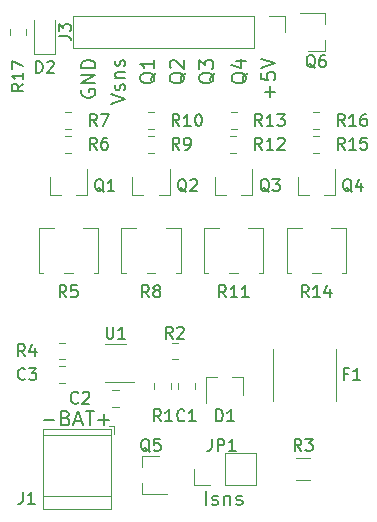
<source format=gbr>
G04 #@! TF.GenerationSoftware,KiCad,Pcbnew,5.1.2*
G04 #@! TF.CreationDate,2019-08-19T21:30:06+02:00*
G04 #@! TF.ProjectId,Battery-Tester,42617474-6572-4792-9d54-65737465722e,rev?*
G04 #@! TF.SameCoordinates,Original*
G04 #@! TF.FileFunction,Legend,Top*
G04 #@! TF.FilePolarity,Positive*
%FSLAX46Y46*%
G04 Gerber Fmt 4.6, Leading zero omitted, Abs format (unit mm)*
G04 Created by KiCad (PCBNEW 5.1.2) date 2019-08-19 21:30:06*
%MOMM*%
%LPD*%
G04 APERTURE LIST*
%ADD10C,0.200000*%
%ADD11C,0.120000*%
%ADD12C,0.150000*%
G04 APERTURE END LIST*
D10*
X100665714Y-129542857D02*
X100665714Y-128342857D01*
X101180000Y-129485714D02*
X101294285Y-129542857D01*
X101522857Y-129542857D01*
X101637142Y-129485714D01*
X101694285Y-129371428D01*
X101694285Y-129314285D01*
X101637142Y-129200000D01*
X101522857Y-129142857D01*
X101351428Y-129142857D01*
X101237142Y-129085714D01*
X101180000Y-128971428D01*
X101180000Y-128914285D01*
X101237142Y-128800000D01*
X101351428Y-128742857D01*
X101522857Y-128742857D01*
X101637142Y-128800000D01*
X102208571Y-128742857D02*
X102208571Y-129542857D01*
X102208571Y-128857142D02*
X102265714Y-128800000D01*
X102380000Y-128742857D01*
X102551428Y-128742857D01*
X102665714Y-128800000D01*
X102722857Y-128914285D01*
X102722857Y-129542857D01*
X103237142Y-129485714D02*
X103351428Y-129542857D01*
X103580000Y-129542857D01*
X103694285Y-129485714D01*
X103751428Y-129371428D01*
X103751428Y-129314285D01*
X103694285Y-129200000D01*
X103580000Y-129142857D01*
X103408571Y-129142857D01*
X103294285Y-129085714D01*
X103237142Y-128971428D01*
X103237142Y-128914285D01*
X103294285Y-128800000D01*
X103408571Y-128742857D01*
X103580000Y-128742857D01*
X103694285Y-128800000D01*
X86915714Y-122335714D02*
X87830000Y-122335714D01*
X88801428Y-122164285D02*
X88972857Y-122221428D01*
X89030000Y-122278571D01*
X89087142Y-122392857D01*
X89087142Y-122564285D01*
X89030000Y-122678571D01*
X88972857Y-122735714D01*
X88858571Y-122792857D01*
X88401428Y-122792857D01*
X88401428Y-121592857D01*
X88801428Y-121592857D01*
X88915714Y-121650000D01*
X88972857Y-121707142D01*
X89030000Y-121821428D01*
X89030000Y-121935714D01*
X88972857Y-122050000D01*
X88915714Y-122107142D01*
X88801428Y-122164285D01*
X88401428Y-122164285D01*
X89544285Y-122450000D02*
X90115714Y-122450000D01*
X89430000Y-122792857D02*
X89830000Y-121592857D01*
X90230000Y-122792857D01*
X90458571Y-121592857D02*
X91144285Y-121592857D01*
X90801428Y-122792857D02*
X90801428Y-121592857D01*
X91544285Y-122335714D02*
X92458571Y-122335714D01*
X92001428Y-122792857D02*
X92001428Y-121878571D01*
X106085714Y-95001428D02*
X106085714Y-94087142D01*
X106542857Y-94544285D02*
X105628571Y-94544285D01*
X105342857Y-92944285D02*
X105342857Y-93515714D01*
X105914285Y-93572857D01*
X105857142Y-93515714D01*
X105800000Y-93401428D01*
X105800000Y-93115714D01*
X105857142Y-93001428D01*
X105914285Y-92944285D01*
X106028571Y-92887142D01*
X106314285Y-92887142D01*
X106428571Y-92944285D01*
X106485714Y-93001428D01*
X106542857Y-93115714D01*
X106542857Y-93401428D01*
X106485714Y-93515714D01*
X106428571Y-93572857D01*
X105342857Y-92544285D02*
X106542857Y-92144285D01*
X105342857Y-91744285D01*
X104157142Y-92944285D02*
X104100000Y-93058571D01*
X103985714Y-93172857D01*
X103814285Y-93344285D01*
X103757142Y-93458571D01*
X103757142Y-93572857D01*
X104042857Y-93515714D02*
X103985714Y-93630000D01*
X103871428Y-93744285D01*
X103642857Y-93801428D01*
X103242857Y-93801428D01*
X103014285Y-93744285D01*
X102900000Y-93630000D01*
X102842857Y-93515714D01*
X102842857Y-93287142D01*
X102900000Y-93172857D01*
X103014285Y-93058571D01*
X103242857Y-93001428D01*
X103642857Y-93001428D01*
X103871428Y-93058571D01*
X103985714Y-93172857D01*
X104042857Y-93287142D01*
X104042857Y-93515714D01*
X103242857Y-91972857D02*
X104042857Y-91972857D01*
X102785714Y-92258571D02*
X103642857Y-92544285D01*
X103642857Y-91801428D01*
X101407142Y-92944285D02*
X101350000Y-93058571D01*
X101235714Y-93172857D01*
X101064285Y-93344285D01*
X101007142Y-93458571D01*
X101007142Y-93572857D01*
X101292857Y-93515714D02*
X101235714Y-93630000D01*
X101121428Y-93744285D01*
X100892857Y-93801428D01*
X100492857Y-93801428D01*
X100264285Y-93744285D01*
X100150000Y-93630000D01*
X100092857Y-93515714D01*
X100092857Y-93287142D01*
X100150000Y-93172857D01*
X100264285Y-93058571D01*
X100492857Y-93001428D01*
X100892857Y-93001428D01*
X101121428Y-93058571D01*
X101235714Y-93172857D01*
X101292857Y-93287142D01*
X101292857Y-93515714D01*
X100092857Y-92601428D02*
X100092857Y-91858571D01*
X100550000Y-92258571D01*
X100550000Y-92087142D01*
X100607142Y-91972857D01*
X100664285Y-91915714D01*
X100778571Y-91858571D01*
X101064285Y-91858571D01*
X101178571Y-91915714D01*
X101235714Y-91972857D01*
X101292857Y-92087142D01*
X101292857Y-92430000D01*
X101235714Y-92544285D01*
X101178571Y-92601428D01*
X98907142Y-92944285D02*
X98850000Y-93058571D01*
X98735714Y-93172857D01*
X98564285Y-93344285D01*
X98507142Y-93458571D01*
X98507142Y-93572857D01*
X98792857Y-93515714D02*
X98735714Y-93630000D01*
X98621428Y-93744285D01*
X98392857Y-93801428D01*
X97992857Y-93801428D01*
X97764285Y-93744285D01*
X97650000Y-93630000D01*
X97592857Y-93515714D01*
X97592857Y-93287142D01*
X97650000Y-93172857D01*
X97764285Y-93058571D01*
X97992857Y-93001428D01*
X98392857Y-93001428D01*
X98621428Y-93058571D01*
X98735714Y-93172857D01*
X98792857Y-93287142D01*
X98792857Y-93515714D01*
X97707142Y-92544285D02*
X97650000Y-92487142D01*
X97592857Y-92372857D01*
X97592857Y-92087142D01*
X97650000Y-91972857D01*
X97707142Y-91915714D01*
X97821428Y-91858571D01*
X97935714Y-91858571D01*
X98107142Y-91915714D01*
X98792857Y-92601428D01*
X98792857Y-91858571D01*
X96407142Y-92944285D02*
X96350000Y-93058571D01*
X96235714Y-93172857D01*
X96064285Y-93344285D01*
X96007142Y-93458571D01*
X96007142Y-93572857D01*
X96292857Y-93515714D02*
X96235714Y-93630000D01*
X96121428Y-93744285D01*
X95892857Y-93801428D01*
X95492857Y-93801428D01*
X95264285Y-93744285D01*
X95150000Y-93630000D01*
X95092857Y-93515714D01*
X95092857Y-93287142D01*
X95150000Y-93172857D01*
X95264285Y-93058571D01*
X95492857Y-93001428D01*
X95892857Y-93001428D01*
X96121428Y-93058571D01*
X96235714Y-93172857D01*
X96292857Y-93287142D01*
X96292857Y-93515714D01*
X96292857Y-91858571D02*
X96292857Y-92544285D01*
X96292857Y-92201428D02*
X95092857Y-92201428D01*
X95264285Y-92315714D01*
X95378571Y-92430000D01*
X95435714Y-92544285D01*
X92592857Y-95572857D02*
X93792857Y-95172857D01*
X92592857Y-94772857D01*
X93735714Y-94430000D02*
X93792857Y-94315714D01*
X93792857Y-94087142D01*
X93735714Y-93972857D01*
X93621428Y-93915714D01*
X93564285Y-93915714D01*
X93450000Y-93972857D01*
X93392857Y-94087142D01*
X93392857Y-94258571D01*
X93335714Y-94372857D01*
X93221428Y-94430000D01*
X93164285Y-94430000D01*
X93050000Y-94372857D01*
X92992857Y-94258571D01*
X92992857Y-94087142D01*
X93050000Y-93972857D01*
X92992857Y-93401428D02*
X93792857Y-93401428D01*
X93107142Y-93401428D02*
X93050000Y-93344285D01*
X92992857Y-93230000D01*
X92992857Y-93058571D01*
X93050000Y-92944285D01*
X93164285Y-92887142D01*
X93792857Y-92887142D01*
X93735714Y-92372857D02*
X93792857Y-92258571D01*
X93792857Y-92030000D01*
X93735714Y-91915714D01*
X93621428Y-91858571D01*
X93564285Y-91858571D01*
X93450000Y-91915714D01*
X93392857Y-92030000D01*
X93392857Y-92201428D01*
X93335714Y-92315714D01*
X93221428Y-92372857D01*
X93164285Y-92372857D01*
X93050000Y-92315714D01*
X92992857Y-92201428D01*
X92992857Y-92030000D01*
X93050000Y-91915714D01*
X90150000Y-94372857D02*
X90092857Y-94487142D01*
X90092857Y-94658571D01*
X90150000Y-94830000D01*
X90264285Y-94944285D01*
X90378571Y-95001428D01*
X90607142Y-95058571D01*
X90778571Y-95058571D01*
X91007142Y-95001428D01*
X91121428Y-94944285D01*
X91235714Y-94830000D01*
X91292857Y-94658571D01*
X91292857Y-94544285D01*
X91235714Y-94372857D01*
X91178571Y-94315714D01*
X90778571Y-94315714D01*
X90778571Y-94544285D01*
X91292857Y-93801428D02*
X90092857Y-93801428D01*
X91292857Y-93115714D01*
X90092857Y-93115714D01*
X91292857Y-92544285D02*
X90092857Y-92544285D01*
X90092857Y-92258571D01*
X90150000Y-92087142D01*
X90264285Y-91972857D01*
X90378571Y-91915714D01*
X90607142Y-91858571D01*
X90778571Y-91858571D01*
X91007142Y-91915714D01*
X91121428Y-91972857D01*
X91235714Y-92087142D01*
X91292857Y-92258571D01*
X91292857Y-92544285D01*
D11*
X110760000Y-91080000D02*
X109300000Y-91080000D01*
X110760000Y-87920000D02*
X108600000Y-87920000D01*
X110760000Y-87920000D02*
X110760000Y-88850000D01*
X110760000Y-91080000D02*
X110760000Y-90150000D01*
X95240000Y-125420000D02*
X96700000Y-125420000D01*
X95240000Y-128580000D02*
X97400000Y-128580000D01*
X95240000Y-128580000D02*
X95240000Y-127650000D01*
X95240000Y-125420000D02*
X95240000Y-126350000D01*
X108297936Y-127410000D02*
X109502064Y-127410000D01*
X108297936Y-125590000D02*
X109502064Y-125590000D01*
X92100000Y-119110000D02*
X94550000Y-119110000D01*
X93900000Y-115890000D02*
X92100000Y-115890000D01*
X85460000Y-89758578D02*
X85460000Y-89241422D01*
X84040000Y-89758578D02*
X84040000Y-89241422D01*
X110258578Y-96290000D02*
X109741422Y-96290000D01*
X110258578Y-97710000D02*
X109741422Y-97710000D01*
X110258578Y-98290000D02*
X109741422Y-98290000D01*
X110258578Y-99710000D02*
X109741422Y-99710000D01*
X107480000Y-109870000D02*
X107480000Y-106130000D01*
X112520000Y-109870000D02*
X112520000Y-106130000D01*
X108760000Y-106130000D02*
X107480000Y-106130000D01*
X112520000Y-106130000D02*
X111240000Y-106130000D01*
X110360000Y-109870000D02*
X109640000Y-109870000D01*
X112520000Y-109870000D02*
X112140000Y-109870000D01*
X107860000Y-109870000D02*
X107480000Y-109870000D01*
X103258578Y-96290000D02*
X102741422Y-96290000D01*
X103258578Y-97710000D02*
X102741422Y-97710000D01*
X103196078Y-98290000D02*
X102678922Y-98290000D01*
X103196078Y-99710000D02*
X102678922Y-99710000D01*
X100480000Y-109870000D02*
X100480000Y-106130000D01*
X105520000Y-109870000D02*
X105520000Y-106130000D01*
X101760000Y-106130000D02*
X100480000Y-106130000D01*
X105520000Y-106130000D02*
X104240000Y-106130000D01*
X103360000Y-109870000D02*
X102640000Y-109870000D01*
X105520000Y-109870000D02*
X105140000Y-109870000D01*
X100860000Y-109870000D02*
X100480000Y-109870000D01*
X96258578Y-96290000D02*
X95741422Y-96290000D01*
X96258578Y-97710000D02*
X95741422Y-97710000D01*
X96258578Y-98290000D02*
X95741422Y-98290000D01*
X96258578Y-99710000D02*
X95741422Y-99710000D01*
X93480000Y-109870000D02*
X93480000Y-106130000D01*
X98520000Y-109870000D02*
X98520000Y-106130000D01*
X94760000Y-106130000D02*
X93480000Y-106130000D01*
X98520000Y-106130000D02*
X97240000Y-106130000D01*
X96360000Y-109870000D02*
X95640000Y-109870000D01*
X98520000Y-109870000D02*
X98140000Y-109870000D01*
X93860000Y-109870000D02*
X93480000Y-109870000D01*
X89258578Y-96290000D02*
X88741422Y-96290000D01*
X89258578Y-97710000D02*
X88741422Y-97710000D01*
X89258578Y-98290000D02*
X88741422Y-98290000D01*
X89258578Y-99710000D02*
X88741422Y-99710000D01*
X86480000Y-109870000D02*
X86480000Y-106130000D01*
X91520000Y-109870000D02*
X91520000Y-106130000D01*
X87760000Y-106130000D02*
X86480000Y-106130000D01*
X91520000Y-106130000D02*
X90240000Y-106130000D01*
X89360000Y-109870000D02*
X88640000Y-109870000D01*
X91520000Y-109870000D02*
X91140000Y-109870000D01*
X86860000Y-109870000D02*
X86480000Y-109870000D01*
X88758578Y-115790000D02*
X88241422Y-115790000D01*
X88758578Y-117210000D02*
X88241422Y-117210000D01*
X98258578Y-115790000D02*
X97741422Y-115790000D01*
X98258578Y-117210000D02*
X97741422Y-117210000D01*
X96290000Y-119241422D02*
X96290000Y-119758578D01*
X97710000Y-119241422D02*
X97710000Y-119758578D01*
X108420000Y-103260000D02*
X108420000Y-101800000D01*
X111580000Y-103260000D02*
X111580000Y-101100000D01*
X111580000Y-103260000D02*
X110650000Y-103260000D01*
X108420000Y-103260000D02*
X109350000Y-103260000D01*
X101420000Y-103260000D02*
X101420000Y-101800000D01*
X104580000Y-103260000D02*
X104580000Y-101100000D01*
X104580000Y-103260000D02*
X103650000Y-103260000D01*
X101420000Y-103260000D02*
X102350000Y-103260000D01*
X94420000Y-103260000D02*
X94420000Y-101800000D01*
X97580000Y-103260000D02*
X97580000Y-101100000D01*
X97580000Y-103260000D02*
X96650000Y-103260000D01*
X94420000Y-103260000D02*
X95350000Y-103260000D01*
X87420000Y-103260000D02*
X87420000Y-101800000D01*
X90580000Y-103260000D02*
X90580000Y-101100000D01*
X90580000Y-103260000D02*
X89650000Y-103260000D01*
X87420000Y-103260000D02*
X88350000Y-103260000D01*
X99670000Y-127830000D02*
X99670000Y-126500000D01*
X101000000Y-127830000D02*
X99670000Y-127830000D01*
X102270000Y-127830000D02*
X102270000Y-125170000D01*
X102270000Y-125170000D02*
X104870000Y-125170000D01*
X102270000Y-127830000D02*
X104870000Y-127830000D01*
X104870000Y-127830000D02*
X104870000Y-125170000D01*
X107330000Y-88170000D02*
X107330000Y-89500000D01*
X106000000Y-88170000D02*
X107330000Y-88170000D01*
X104730000Y-88170000D02*
X104730000Y-90830000D01*
X104730000Y-90830000D02*
X89430000Y-90830000D01*
X104730000Y-88170000D02*
X89430000Y-88170000D01*
X89430000Y-88170000D02*
X89430000Y-90830000D01*
X92860000Y-122890000D02*
X92460000Y-122890000D01*
X92860000Y-123530000D02*
X92860000Y-122890000D01*
X86840000Y-129870000D02*
X86840000Y-123130000D01*
X92620000Y-129870000D02*
X92620000Y-123130000D01*
X92620000Y-123130000D02*
X86840000Y-123130000D01*
X92620000Y-129870000D02*
X86840000Y-129870000D01*
X92620000Y-128750000D02*
X86840000Y-128750000D01*
X92620000Y-123650000D02*
X86840000Y-123650000D01*
X111670000Y-120703752D02*
X111670000Y-116296248D01*
X106330000Y-120703752D02*
X106330000Y-116296248D01*
X87910000Y-91385000D02*
X87910000Y-88500000D01*
X86090000Y-91385000D02*
X87910000Y-91385000D01*
X86090000Y-88500000D02*
X86090000Y-91385000D01*
X103830000Y-118740000D02*
X103830000Y-120200000D01*
X100670000Y-118740000D02*
X100670000Y-120900000D01*
X100670000Y-118740000D02*
X101600000Y-118740000D01*
X103830000Y-118740000D02*
X102900000Y-118740000D01*
X88241422Y-119210000D02*
X88758578Y-119210000D01*
X88241422Y-117790000D02*
X88758578Y-117790000D01*
X92741422Y-121210000D02*
X93258578Y-121210000D01*
X92741422Y-119790000D02*
X93258578Y-119790000D01*
X98290000Y-119241422D02*
X98290000Y-119758578D01*
X99710000Y-119241422D02*
X99710000Y-119758578D01*
D12*
X109904761Y-92547619D02*
X109809523Y-92500000D01*
X109714285Y-92404761D01*
X109571428Y-92261904D01*
X109476190Y-92214285D01*
X109380952Y-92214285D01*
X109428571Y-92452380D02*
X109333333Y-92404761D01*
X109238095Y-92309523D01*
X109190476Y-92119047D01*
X109190476Y-91785714D01*
X109238095Y-91595238D01*
X109333333Y-91500000D01*
X109428571Y-91452380D01*
X109619047Y-91452380D01*
X109714285Y-91500000D01*
X109809523Y-91595238D01*
X109857142Y-91785714D01*
X109857142Y-92119047D01*
X109809523Y-92309523D01*
X109714285Y-92404761D01*
X109619047Y-92452380D01*
X109428571Y-92452380D01*
X110714285Y-91452380D02*
X110523809Y-91452380D01*
X110428571Y-91500000D01*
X110380952Y-91547619D01*
X110285714Y-91690476D01*
X110238095Y-91880952D01*
X110238095Y-92261904D01*
X110285714Y-92357142D01*
X110333333Y-92404761D01*
X110428571Y-92452380D01*
X110619047Y-92452380D01*
X110714285Y-92404761D01*
X110761904Y-92357142D01*
X110809523Y-92261904D01*
X110809523Y-92023809D01*
X110761904Y-91928571D01*
X110714285Y-91880952D01*
X110619047Y-91833333D01*
X110428571Y-91833333D01*
X110333333Y-91880952D01*
X110285714Y-91928571D01*
X110238095Y-92023809D01*
X95904761Y-125047619D02*
X95809523Y-125000000D01*
X95714285Y-124904761D01*
X95571428Y-124761904D01*
X95476190Y-124714285D01*
X95380952Y-124714285D01*
X95428571Y-124952380D02*
X95333333Y-124904761D01*
X95238095Y-124809523D01*
X95190476Y-124619047D01*
X95190476Y-124285714D01*
X95238095Y-124095238D01*
X95333333Y-124000000D01*
X95428571Y-123952380D01*
X95619047Y-123952380D01*
X95714285Y-124000000D01*
X95809523Y-124095238D01*
X95857142Y-124285714D01*
X95857142Y-124619047D01*
X95809523Y-124809523D01*
X95714285Y-124904761D01*
X95619047Y-124952380D01*
X95428571Y-124952380D01*
X96761904Y-123952380D02*
X96285714Y-123952380D01*
X96238095Y-124428571D01*
X96285714Y-124380952D01*
X96380952Y-124333333D01*
X96619047Y-124333333D01*
X96714285Y-124380952D01*
X96761904Y-124428571D01*
X96809523Y-124523809D01*
X96809523Y-124761904D01*
X96761904Y-124857142D01*
X96714285Y-124904761D01*
X96619047Y-124952380D01*
X96380952Y-124952380D01*
X96285714Y-124904761D01*
X96238095Y-124857142D01*
X108733333Y-124952380D02*
X108400000Y-124476190D01*
X108161904Y-124952380D02*
X108161904Y-123952380D01*
X108542857Y-123952380D01*
X108638095Y-124000000D01*
X108685714Y-124047619D01*
X108733333Y-124142857D01*
X108733333Y-124285714D01*
X108685714Y-124380952D01*
X108638095Y-124428571D01*
X108542857Y-124476190D01*
X108161904Y-124476190D01*
X109066666Y-123952380D02*
X109685714Y-123952380D01*
X109352380Y-124333333D01*
X109495238Y-124333333D01*
X109590476Y-124380952D01*
X109638095Y-124428571D01*
X109685714Y-124523809D01*
X109685714Y-124761904D01*
X109638095Y-124857142D01*
X109590476Y-124904761D01*
X109495238Y-124952380D01*
X109209523Y-124952380D01*
X109114285Y-124904761D01*
X109066666Y-124857142D01*
X92238095Y-114452380D02*
X92238095Y-115261904D01*
X92285714Y-115357142D01*
X92333333Y-115404761D01*
X92428571Y-115452380D01*
X92619047Y-115452380D01*
X92714285Y-115404761D01*
X92761904Y-115357142D01*
X92809523Y-115261904D01*
X92809523Y-114452380D01*
X93809523Y-115452380D02*
X93238095Y-115452380D01*
X93523809Y-115452380D02*
X93523809Y-114452380D01*
X93428571Y-114595238D01*
X93333333Y-114690476D01*
X93238095Y-114738095D01*
X85202380Y-93892857D02*
X84726190Y-94226190D01*
X85202380Y-94464285D02*
X84202380Y-94464285D01*
X84202380Y-94083333D01*
X84250000Y-93988095D01*
X84297619Y-93940476D01*
X84392857Y-93892857D01*
X84535714Y-93892857D01*
X84630952Y-93940476D01*
X84678571Y-93988095D01*
X84726190Y-94083333D01*
X84726190Y-94464285D01*
X85202380Y-92940476D02*
X85202380Y-93511904D01*
X85202380Y-93226190D02*
X84202380Y-93226190D01*
X84345238Y-93321428D01*
X84440476Y-93416666D01*
X84488095Y-93511904D01*
X84202380Y-92607142D02*
X84202380Y-91940476D01*
X85202380Y-92369047D01*
X112399023Y-97452380D02*
X112065690Y-96976190D01*
X111827595Y-97452380D02*
X111827595Y-96452380D01*
X112208547Y-96452380D01*
X112303785Y-96500000D01*
X112351404Y-96547619D01*
X112399023Y-96642857D01*
X112399023Y-96785714D01*
X112351404Y-96880952D01*
X112303785Y-96928571D01*
X112208547Y-96976190D01*
X111827595Y-96976190D01*
X113351404Y-97452380D02*
X112779976Y-97452380D01*
X113065690Y-97452380D02*
X113065690Y-96452380D01*
X112970452Y-96595238D01*
X112875214Y-96690476D01*
X112779976Y-96738095D01*
X114208547Y-96452380D02*
X114018071Y-96452380D01*
X113922833Y-96500000D01*
X113875214Y-96547619D01*
X113779976Y-96690476D01*
X113732357Y-96880952D01*
X113732357Y-97261904D01*
X113779976Y-97357142D01*
X113827595Y-97404761D01*
X113922833Y-97452380D01*
X114113309Y-97452380D01*
X114208547Y-97404761D01*
X114256166Y-97357142D01*
X114303785Y-97261904D01*
X114303785Y-97023809D01*
X114256166Y-96928571D01*
X114208547Y-96880952D01*
X114113309Y-96833333D01*
X113922833Y-96833333D01*
X113827595Y-96880952D01*
X113779976Y-96928571D01*
X113732357Y-97023809D01*
X112399023Y-99452380D02*
X112065690Y-98976190D01*
X111827595Y-99452380D02*
X111827595Y-98452380D01*
X112208547Y-98452380D01*
X112303785Y-98500000D01*
X112351404Y-98547619D01*
X112399023Y-98642857D01*
X112399023Y-98785714D01*
X112351404Y-98880952D01*
X112303785Y-98928571D01*
X112208547Y-98976190D01*
X111827595Y-98976190D01*
X113351404Y-99452380D02*
X112779976Y-99452380D01*
X113065690Y-99452380D02*
X113065690Y-98452380D01*
X112970452Y-98595238D01*
X112875214Y-98690476D01*
X112779976Y-98738095D01*
X114256166Y-98452380D02*
X113779976Y-98452380D01*
X113732357Y-98928571D01*
X113779976Y-98880952D01*
X113875214Y-98833333D01*
X114113309Y-98833333D01*
X114208547Y-98880952D01*
X114256166Y-98928571D01*
X114303785Y-99023809D01*
X114303785Y-99261904D01*
X114256166Y-99357142D01*
X114208547Y-99404761D01*
X114113309Y-99452380D01*
X113875214Y-99452380D01*
X113779976Y-99404761D01*
X113732357Y-99357142D01*
X109357142Y-111952380D02*
X109023809Y-111476190D01*
X108785714Y-111952380D02*
X108785714Y-110952380D01*
X109166666Y-110952380D01*
X109261904Y-111000000D01*
X109309523Y-111047619D01*
X109357142Y-111142857D01*
X109357142Y-111285714D01*
X109309523Y-111380952D01*
X109261904Y-111428571D01*
X109166666Y-111476190D01*
X108785714Y-111476190D01*
X110309523Y-111952380D02*
X109738095Y-111952380D01*
X110023809Y-111952380D02*
X110023809Y-110952380D01*
X109928571Y-111095238D01*
X109833333Y-111190476D01*
X109738095Y-111238095D01*
X111166666Y-111285714D02*
X111166666Y-111952380D01*
X110928571Y-110904761D02*
X110690476Y-111619047D01*
X111309523Y-111619047D01*
X105407023Y-97452380D02*
X105073690Y-96976190D01*
X104835595Y-97452380D02*
X104835595Y-96452380D01*
X105216547Y-96452380D01*
X105311785Y-96500000D01*
X105359404Y-96547619D01*
X105407023Y-96642857D01*
X105407023Y-96785714D01*
X105359404Y-96880952D01*
X105311785Y-96928571D01*
X105216547Y-96976190D01*
X104835595Y-96976190D01*
X106359404Y-97452380D02*
X105787976Y-97452380D01*
X106073690Y-97452380D02*
X106073690Y-96452380D01*
X105978452Y-96595238D01*
X105883214Y-96690476D01*
X105787976Y-96738095D01*
X106692738Y-96452380D02*
X107311785Y-96452380D01*
X106978452Y-96833333D01*
X107121309Y-96833333D01*
X107216547Y-96880952D01*
X107264166Y-96928571D01*
X107311785Y-97023809D01*
X107311785Y-97261904D01*
X107264166Y-97357142D01*
X107216547Y-97404761D01*
X107121309Y-97452380D01*
X106835595Y-97452380D01*
X106740357Y-97404761D01*
X106692738Y-97357142D01*
X105407023Y-99452380D02*
X105073690Y-98976190D01*
X104835595Y-99452380D02*
X104835595Y-98452380D01*
X105216547Y-98452380D01*
X105311785Y-98500000D01*
X105359404Y-98547619D01*
X105407023Y-98642857D01*
X105407023Y-98785714D01*
X105359404Y-98880952D01*
X105311785Y-98928571D01*
X105216547Y-98976190D01*
X104835595Y-98976190D01*
X106359404Y-99452380D02*
X105787976Y-99452380D01*
X106073690Y-99452380D02*
X106073690Y-98452380D01*
X105978452Y-98595238D01*
X105883214Y-98690476D01*
X105787976Y-98738095D01*
X106740357Y-98547619D02*
X106787976Y-98500000D01*
X106883214Y-98452380D01*
X107121309Y-98452380D01*
X107216547Y-98500000D01*
X107264166Y-98547619D01*
X107311785Y-98642857D01*
X107311785Y-98738095D01*
X107264166Y-98880952D01*
X106692738Y-99452380D01*
X107311785Y-99452380D01*
X102357142Y-111952380D02*
X102023809Y-111476190D01*
X101785714Y-111952380D02*
X101785714Y-110952380D01*
X102166666Y-110952380D01*
X102261904Y-111000000D01*
X102309523Y-111047619D01*
X102357142Y-111142857D01*
X102357142Y-111285714D01*
X102309523Y-111380952D01*
X102261904Y-111428571D01*
X102166666Y-111476190D01*
X101785714Y-111476190D01*
X103309523Y-111952380D02*
X102738095Y-111952380D01*
X103023809Y-111952380D02*
X103023809Y-110952380D01*
X102928571Y-111095238D01*
X102833333Y-111190476D01*
X102738095Y-111238095D01*
X104261904Y-111952380D02*
X103690476Y-111952380D01*
X103976190Y-111952380D02*
X103976190Y-110952380D01*
X103880952Y-111095238D01*
X103785714Y-111190476D01*
X103690476Y-111238095D01*
X98407023Y-97452380D02*
X98073690Y-96976190D01*
X97835595Y-97452380D02*
X97835595Y-96452380D01*
X98216547Y-96452380D01*
X98311785Y-96500000D01*
X98359404Y-96547619D01*
X98407023Y-96642857D01*
X98407023Y-96785714D01*
X98359404Y-96880952D01*
X98311785Y-96928571D01*
X98216547Y-96976190D01*
X97835595Y-96976190D01*
X99359404Y-97452380D02*
X98787976Y-97452380D01*
X99073690Y-97452380D02*
X99073690Y-96452380D01*
X98978452Y-96595238D01*
X98883214Y-96690476D01*
X98787976Y-96738095D01*
X99978452Y-96452380D02*
X100073690Y-96452380D01*
X100168928Y-96500000D01*
X100216547Y-96547619D01*
X100264166Y-96642857D01*
X100311785Y-96833333D01*
X100311785Y-97071428D01*
X100264166Y-97261904D01*
X100216547Y-97357142D01*
X100168928Y-97404761D01*
X100073690Y-97452380D01*
X99978452Y-97452380D01*
X99883214Y-97404761D01*
X99835595Y-97357142D01*
X99787976Y-97261904D01*
X99740357Y-97071428D01*
X99740357Y-96833333D01*
X99787976Y-96642857D01*
X99835595Y-96547619D01*
X99883214Y-96500000D01*
X99978452Y-96452380D01*
X98407023Y-99452380D02*
X98073690Y-98976190D01*
X97835595Y-99452380D02*
X97835595Y-98452380D01*
X98216547Y-98452380D01*
X98311785Y-98500000D01*
X98359404Y-98547619D01*
X98407023Y-98642857D01*
X98407023Y-98785714D01*
X98359404Y-98880952D01*
X98311785Y-98928571D01*
X98216547Y-98976190D01*
X97835595Y-98976190D01*
X98883214Y-99452380D02*
X99073690Y-99452380D01*
X99168928Y-99404761D01*
X99216547Y-99357142D01*
X99311785Y-99214285D01*
X99359404Y-99023809D01*
X99359404Y-98642857D01*
X99311785Y-98547619D01*
X99264166Y-98500000D01*
X99168928Y-98452380D01*
X98978452Y-98452380D01*
X98883214Y-98500000D01*
X98835595Y-98547619D01*
X98787976Y-98642857D01*
X98787976Y-98880952D01*
X98835595Y-98976190D01*
X98883214Y-99023809D01*
X98978452Y-99071428D01*
X99168928Y-99071428D01*
X99264166Y-99023809D01*
X99311785Y-98976190D01*
X99359404Y-98880952D01*
X95833333Y-111952380D02*
X95500000Y-111476190D01*
X95261904Y-111952380D02*
X95261904Y-110952380D01*
X95642857Y-110952380D01*
X95738095Y-111000000D01*
X95785714Y-111047619D01*
X95833333Y-111142857D01*
X95833333Y-111285714D01*
X95785714Y-111380952D01*
X95738095Y-111428571D01*
X95642857Y-111476190D01*
X95261904Y-111476190D01*
X96404761Y-111380952D02*
X96309523Y-111333333D01*
X96261904Y-111285714D01*
X96214285Y-111190476D01*
X96214285Y-111142857D01*
X96261904Y-111047619D01*
X96309523Y-111000000D01*
X96404761Y-110952380D01*
X96595238Y-110952380D01*
X96690476Y-111000000D01*
X96738095Y-111047619D01*
X96785714Y-111142857D01*
X96785714Y-111190476D01*
X96738095Y-111285714D01*
X96690476Y-111333333D01*
X96595238Y-111380952D01*
X96404761Y-111380952D01*
X96309523Y-111428571D01*
X96261904Y-111476190D01*
X96214285Y-111571428D01*
X96214285Y-111761904D01*
X96261904Y-111857142D01*
X96309523Y-111904761D01*
X96404761Y-111952380D01*
X96595238Y-111952380D01*
X96690476Y-111904761D01*
X96738095Y-111857142D01*
X96785714Y-111761904D01*
X96785714Y-111571428D01*
X96738095Y-111476190D01*
X96690476Y-111428571D01*
X96595238Y-111380952D01*
X91407023Y-97452380D02*
X91073690Y-96976190D01*
X90835595Y-97452380D02*
X90835595Y-96452380D01*
X91216547Y-96452380D01*
X91311785Y-96500000D01*
X91359404Y-96547619D01*
X91407023Y-96642857D01*
X91407023Y-96785714D01*
X91359404Y-96880952D01*
X91311785Y-96928571D01*
X91216547Y-96976190D01*
X90835595Y-96976190D01*
X91740357Y-96452380D02*
X92407023Y-96452380D01*
X91978452Y-97452380D01*
X91407023Y-99452380D02*
X91073690Y-98976190D01*
X90835595Y-99452380D02*
X90835595Y-98452380D01*
X91216547Y-98452380D01*
X91311785Y-98500000D01*
X91359404Y-98547619D01*
X91407023Y-98642857D01*
X91407023Y-98785714D01*
X91359404Y-98880952D01*
X91311785Y-98928571D01*
X91216547Y-98976190D01*
X90835595Y-98976190D01*
X92264166Y-98452380D02*
X92073690Y-98452380D01*
X91978452Y-98500000D01*
X91930833Y-98547619D01*
X91835595Y-98690476D01*
X91787976Y-98880952D01*
X91787976Y-99261904D01*
X91835595Y-99357142D01*
X91883214Y-99404761D01*
X91978452Y-99452380D01*
X92168928Y-99452380D01*
X92264166Y-99404761D01*
X92311785Y-99357142D01*
X92359404Y-99261904D01*
X92359404Y-99023809D01*
X92311785Y-98928571D01*
X92264166Y-98880952D01*
X92168928Y-98833333D01*
X91978452Y-98833333D01*
X91883214Y-98880952D01*
X91835595Y-98928571D01*
X91787976Y-99023809D01*
X88833333Y-111952380D02*
X88500000Y-111476190D01*
X88261904Y-111952380D02*
X88261904Y-110952380D01*
X88642857Y-110952380D01*
X88738095Y-111000000D01*
X88785714Y-111047619D01*
X88833333Y-111142857D01*
X88833333Y-111285714D01*
X88785714Y-111380952D01*
X88738095Y-111428571D01*
X88642857Y-111476190D01*
X88261904Y-111476190D01*
X89738095Y-110952380D02*
X89261904Y-110952380D01*
X89214285Y-111428571D01*
X89261904Y-111380952D01*
X89357142Y-111333333D01*
X89595238Y-111333333D01*
X89690476Y-111380952D01*
X89738095Y-111428571D01*
X89785714Y-111523809D01*
X89785714Y-111761904D01*
X89738095Y-111857142D01*
X89690476Y-111904761D01*
X89595238Y-111952380D01*
X89357142Y-111952380D01*
X89261904Y-111904761D01*
X89214285Y-111857142D01*
X85333333Y-116952380D02*
X85000000Y-116476190D01*
X84761904Y-116952380D02*
X84761904Y-115952380D01*
X85142857Y-115952380D01*
X85238095Y-116000000D01*
X85285714Y-116047619D01*
X85333333Y-116142857D01*
X85333333Y-116285714D01*
X85285714Y-116380952D01*
X85238095Y-116428571D01*
X85142857Y-116476190D01*
X84761904Y-116476190D01*
X86190476Y-116285714D02*
X86190476Y-116952380D01*
X85952380Y-115904761D02*
X85714285Y-116619047D01*
X86333333Y-116619047D01*
X97833333Y-115452380D02*
X97500000Y-114976190D01*
X97261904Y-115452380D02*
X97261904Y-114452380D01*
X97642857Y-114452380D01*
X97738095Y-114500000D01*
X97785714Y-114547619D01*
X97833333Y-114642857D01*
X97833333Y-114785714D01*
X97785714Y-114880952D01*
X97738095Y-114928571D01*
X97642857Y-114976190D01*
X97261904Y-114976190D01*
X98214285Y-114547619D02*
X98261904Y-114500000D01*
X98357142Y-114452380D01*
X98595238Y-114452380D01*
X98690476Y-114500000D01*
X98738095Y-114547619D01*
X98785714Y-114642857D01*
X98785714Y-114738095D01*
X98738095Y-114880952D01*
X98166666Y-115452380D01*
X98785714Y-115452380D01*
X96833333Y-122452380D02*
X96500000Y-121976190D01*
X96261904Y-122452380D02*
X96261904Y-121452380D01*
X96642857Y-121452380D01*
X96738095Y-121500000D01*
X96785714Y-121547619D01*
X96833333Y-121642857D01*
X96833333Y-121785714D01*
X96785714Y-121880952D01*
X96738095Y-121928571D01*
X96642857Y-121976190D01*
X96261904Y-121976190D01*
X97785714Y-122452380D02*
X97214285Y-122452380D01*
X97500000Y-122452380D02*
X97500000Y-121452380D01*
X97404761Y-121595238D01*
X97309523Y-121690476D01*
X97214285Y-121738095D01*
X113002261Y-103047619D02*
X112907023Y-103000000D01*
X112811785Y-102904761D01*
X112668928Y-102761904D01*
X112573690Y-102714285D01*
X112478452Y-102714285D01*
X112526071Y-102952380D02*
X112430833Y-102904761D01*
X112335595Y-102809523D01*
X112287976Y-102619047D01*
X112287976Y-102285714D01*
X112335595Y-102095238D01*
X112430833Y-102000000D01*
X112526071Y-101952380D01*
X112716547Y-101952380D01*
X112811785Y-102000000D01*
X112907023Y-102095238D01*
X112954642Y-102285714D01*
X112954642Y-102619047D01*
X112907023Y-102809523D01*
X112811785Y-102904761D01*
X112716547Y-102952380D01*
X112526071Y-102952380D01*
X113811785Y-102285714D02*
X113811785Y-102952380D01*
X113573690Y-101904761D02*
X113335595Y-102619047D01*
X113954642Y-102619047D01*
X106002261Y-103047619D02*
X105907023Y-103000000D01*
X105811785Y-102904761D01*
X105668928Y-102761904D01*
X105573690Y-102714285D01*
X105478452Y-102714285D01*
X105526071Y-102952380D02*
X105430833Y-102904761D01*
X105335595Y-102809523D01*
X105287976Y-102619047D01*
X105287976Y-102285714D01*
X105335595Y-102095238D01*
X105430833Y-102000000D01*
X105526071Y-101952380D01*
X105716547Y-101952380D01*
X105811785Y-102000000D01*
X105907023Y-102095238D01*
X105954642Y-102285714D01*
X105954642Y-102619047D01*
X105907023Y-102809523D01*
X105811785Y-102904761D01*
X105716547Y-102952380D01*
X105526071Y-102952380D01*
X106287976Y-101952380D02*
X106907023Y-101952380D01*
X106573690Y-102333333D01*
X106716547Y-102333333D01*
X106811785Y-102380952D01*
X106859404Y-102428571D01*
X106907023Y-102523809D01*
X106907023Y-102761904D01*
X106859404Y-102857142D01*
X106811785Y-102904761D01*
X106716547Y-102952380D01*
X106430833Y-102952380D01*
X106335595Y-102904761D01*
X106287976Y-102857142D01*
X99002261Y-103047619D02*
X98907023Y-103000000D01*
X98811785Y-102904761D01*
X98668928Y-102761904D01*
X98573690Y-102714285D01*
X98478452Y-102714285D01*
X98526071Y-102952380D02*
X98430833Y-102904761D01*
X98335595Y-102809523D01*
X98287976Y-102619047D01*
X98287976Y-102285714D01*
X98335595Y-102095238D01*
X98430833Y-102000000D01*
X98526071Y-101952380D01*
X98716547Y-101952380D01*
X98811785Y-102000000D01*
X98907023Y-102095238D01*
X98954642Y-102285714D01*
X98954642Y-102619047D01*
X98907023Y-102809523D01*
X98811785Y-102904761D01*
X98716547Y-102952380D01*
X98526071Y-102952380D01*
X99335595Y-102047619D02*
X99383214Y-102000000D01*
X99478452Y-101952380D01*
X99716547Y-101952380D01*
X99811785Y-102000000D01*
X99859404Y-102047619D01*
X99907023Y-102142857D01*
X99907023Y-102238095D01*
X99859404Y-102380952D01*
X99287976Y-102952380D01*
X99907023Y-102952380D01*
X92002261Y-103047619D02*
X91907023Y-103000000D01*
X91811785Y-102904761D01*
X91668928Y-102761904D01*
X91573690Y-102714285D01*
X91478452Y-102714285D01*
X91526071Y-102952380D02*
X91430833Y-102904761D01*
X91335595Y-102809523D01*
X91287976Y-102619047D01*
X91287976Y-102285714D01*
X91335595Y-102095238D01*
X91430833Y-102000000D01*
X91526071Y-101952380D01*
X91716547Y-101952380D01*
X91811785Y-102000000D01*
X91907023Y-102095238D01*
X91954642Y-102285714D01*
X91954642Y-102619047D01*
X91907023Y-102809523D01*
X91811785Y-102904761D01*
X91716547Y-102952380D01*
X91526071Y-102952380D01*
X92907023Y-102952380D02*
X92335595Y-102952380D01*
X92621309Y-102952380D02*
X92621309Y-101952380D01*
X92526071Y-102095238D01*
X92430833Y-102190476D01*
X92335595Y-102238095D01*
X101166666Y-123952380D02*
X101166666Y-124666666D01*
X101119047Y-124809523D01*
X101023809Y-124904761D01*
X100880952Y-124952380D01*
X100785714Y-124952380D01*
X101642857Y-124952380D02*
X101642857Y-123952380D01*
X102023809Y-123952380D01*
X102119047Y-124000000D01*
X102166666Y-124047619D01*
X102214285Y-124142857D01*
X102214285Y-124285714D01*
X102166666Y-124380952D01*
X102119047Y-124428571D01*
X102023809Y-124476190D01*
X101642857Y-124476190D01*
X103166666Y-124952380D02*
X102595238Y-124952380D01*
X102880952Y-124952380D02*
X102880952Y-123952380D01*
X102785714Y-124095238D01*
X102690476Y-124190476D01*
X102595238Y-124238095D01*
X88202380Y-89833333D02*
X88916666Y-89833333D01*
X89059523Y-89880952D01*
X89154761Y-89976190D01*
X89202380Y-90119047D01*
X89202380Y-90214285D01*
X88202380Y-89452380D02*
X88202380Y-88833333D01*
X88583333Y-89166666D01*
X88583333Y-89023809D01*
X88630952Y-88928571D01*
X88678571Y-88880952D01*
X88773809Y-88833333D01*
X89011904Y-88833333D01*
X89107142Y-88880952D01*
X89154761Y-88928571D01*
X89202380Y-89023809D01*
X89202380Y-89309523D01*
X89154761Y-89404761D01*
X89107142Y-89452380D01*
X85166666Y-128452380D02*
X85166666Y-129166666D01*
X85119047Y-129309523D01*
X85023809Y-129404761D01*
X84880952Y-129452380D01*
X84785714Y-129452380D01*
X86166666Y-129452380D02*
X85595238Y-129452380D01*
X85880952Y-129452380D02*
X85880952Y-128452380D01*
X85785714Y-128595238D01*
X85690476Y-128690476D01*
X85595238Y-128738095D01*
X112666666Y-118428571D02*
X112333333Y-118428571D01*
X112333333Y-118952380D02*
X112333333Y-117952380D01*
X112809523Y-117952380D01*
X113714285Y-118952380D02*
X113142857Y-118952380D01*
X113428571Y-118952380D02*
X113428571Y-117952380D01*
X113333333Y-118095238D01*
X113238095Y-118190476D01*
X113142857Y-118238095D01*
X86261904Y-92952380D02*
X86261904Y-91952380D01*
X86500000Y-91952380D01*
X86642857Y-92000000D01*
X86738095Y-92095238D01*
X86785714Y-92190476D01*
X86833333Y-92380952D01*
X86833333Y-92523809D01*
X86785714Y-92714285D01*
X86738095Y-92809523D01*
X86642857Y-92904761D01*
X86500000Y-92952380D01*
X86261904Y-92952380D01*
X87214285Y-92047619D02*
X87261904Y-92000000D01*
X87357142Y-91952380D01*
X87595238Y-91952380D01*
X87690476Y-92000000D01*
X87738095Y-92047619D01*
X87785714Y-92142857D01*
X87785714Y-92238095D01*
X87738095Y-92380952D01*
X87166666Y-92952380D01*
X87785714Y-92952380D01*
X101511904Y-122452380D02*
X101511904Y-121452380D01*
X101750000Y-121452380D01*
X101892857Y-121500000D01*
X101988095Y-121595238D01*
X102035714Y-121690476D01*
X102083333Y-121880952D01*
X102083333Y-122023809D01*
X102035714Y-122214285D01*
X101988095Y-122309523D01*
X101892857Y-122404761D01*
X101750000Y-122452380D01*
X101511904Y-122452380D01*
X103035714Y-122452380D02*
X102464285Y-122452380D01*
X102750000Y-122452380D02*
X102750000Y-121452380D01*
X102654761Y-121595238D01*
X102559523Y-121690476D01*
X102464285Y-121738095D01*
X85333333Y-118857142D02*
X85285714Y-118904761D01*
X85142857Y-118952380D01*
X85047619Y-118952380D01*
X84904761Y-118904761D01*
X84809523Y-118809523D01*
X84761904Y-118714285D01*
X84714285Y-118523809D01*
X84714285Y-118380952D01*
X84761904Y-118190476D01*
X84809523Y-118095238D01*
X84904761Y-118000000D01*
X85047619Y-117952380D01*
X85142857Y-117952380D01*
X85285714Y-118000000D01*
X85333333Y-118047619D01*
X85666666Y-117952380D02*
X86285714Y-117952380D01*
X85952380Y-118333333D01*
X86095238Y-118333333D01*
X86190476Y-118380952D01*
X86238095Y-118428571D01*
X86285714Y-118523809D01*
X86285714Y-118761904D01*
X86238095Y-118857142D01*
X86190476Y-118904761D01*
X86095238Y-118952380D01*
X85809523Y-118952380D01*
X85714285Y-118904761D01*
X85666666Y-118857142D01*
X89833333Y-120857142D02*
X89785714Y-120904761D01*
X89642857Y-120952380D01*
X89547619Y-120952380D01*
X89404761Y-120904761D01*
X89309523Y-120809523D01*
X89261904Y-120714285D01*
X89214285Y-120523809D01*
X89214285Y-120380952D01*
X89261904Y-120190476D01*
X89309523Y-120095238D01*
X89404761Y-120000000D01*
X89547619Y-119952380D01*
X89642857Y-119952380D01*
X89785714Y-120000000D01*
X89833333Y-120047619D01*
X90214285Y-120047619D02*
X90261904Y-120000000D01*
X90357142Y-119952380D01*
X90595238Y-119952380D01*
X90690476Y-120000000D01*
X90738095Y-120047619D01*
X90785714Y-120142857D01*
X90785714Y-120238095D01*
X90738095Y-120380952D01*
X90166666Y-120952380D01*
X90785714Y-120952380D01*
X98833333Y-122357142D02*
X98785714Y-122404761D01*
X98642857Y-122452380D01*
X98547619Y-122452380D01*
X98404761Y-122404761D01*
X98309523Y-122309523D01*
X98261904Y-122214285D01*
X98214285Y-122023809D01*
X98214285Y-121880952D01*
X98261904Y-121690476D01*
X98309523Y-121595238D01*
X98404761Y-121500000D01*
X98547619Y-121452380D01*
X98642857Y-121452380D01*
X98785714Y-121500000D01*
X98833333Y-121547619D01*
X99785714Y-122452380D02*
X99214285Y-122452380D01*
X99500000Y-122452380D02*
X99500000Y-121452380D01*
X99404761Y-121595238D01*
X99309523Y-121690476D01*
X99214285Y-121738095D01*
M02*

</source>
